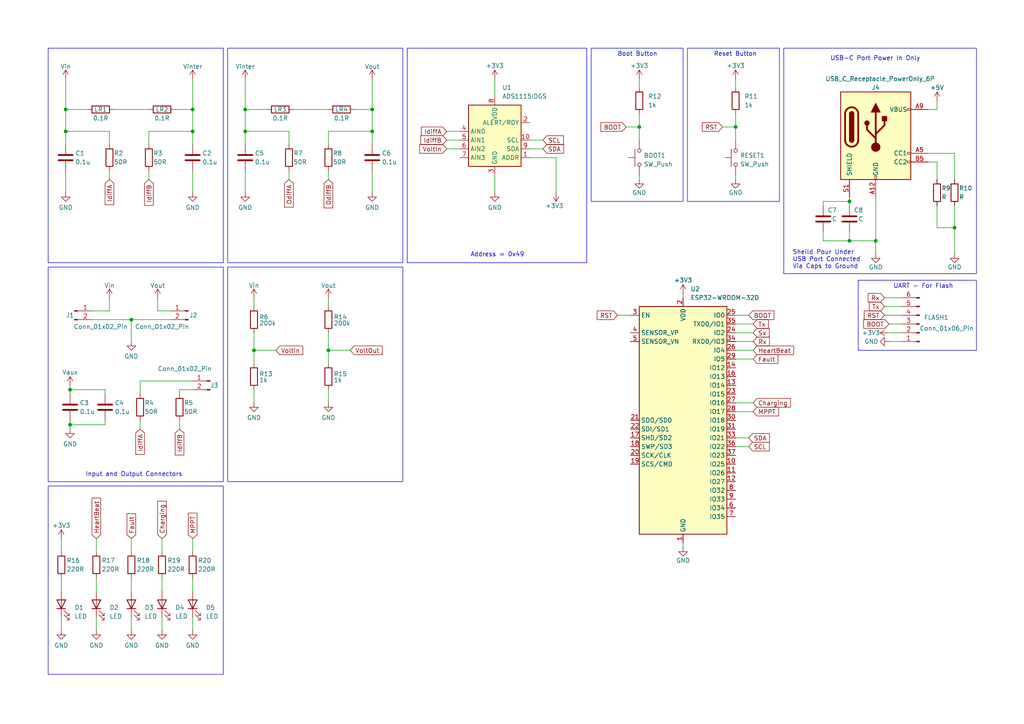
<source format=kicad_sch>
(kicad_sch (version 20250114) (generator "eeschema") (generator_version "9.0")
  (paper "A4")
  (lib_symbols
    (symbol "Analog_ADC:ADS1115IDGS"
      (property "Reference" "U" (at 2.54 13.97 0))
      (property "Value" "ADS1115IDGS" (at 7.62 11.43 0))
      (symbol "ADS1115IDGS_0_1"
        (rectangle (start -7.62 10.16) (end 7.62 -7.62) (stroke (width 0.254)) (fill (type background)))
      )
      (symbol "ADS1115IDGS_1_1"
        (pin input line (at -10.16 2.54 0) (length 2.54) (name "AIN0") (number "4"))
        (pin input line (at -10.16 0 0) (length 2.54) (name "AIN1") (number "5"))
        (pin input line (at -10.16 -2.54 0) (length 2.54) (name "AIN2") (number "6"))
        (pin input line (at -10.16 -5.08 0) (length 2.54) (name "AIN3") (number "7"))
        (pin power_in line (at 0 12.7 270) (length 2.54) (name "VDD") (number "8"))
        (pin power_in line (at 0 -10.16 90) (length 2.54) (name "GND") (number "3"))
        (pin output line (at 10.16 5.08 180) (length 2.54) (name "ALERT/RDY") (number "2"))
        (pin input line (at 10.16 0 180) (length 2.54) (name "SCL") (number "10"))
        (pin bidirectional line (at 10.16 -2.54 180) (length 2.54) (name "SDA") (number "9"))
        (pin input line (at 10.16 -5.08 180) (length 2.54) (name "ADDR") (number "1"))
      )
    )
    (symbol "Connector:Conn_01x02_Pin" (pin_names (offset 1.016) (hide yes))
      (property "Reference" "J" (at 0 2.54 0))
      (property "Value" "Conn_01x02_Pin" (at 0 -5.08 0))
      (symbol "Conn_01x02_Pin_1_1"
        (rectangle (start 0.8636 0.127) (end 0 -0.127) (stroke (width 0.1524)) (fill (type outline)))
        (rectangle (start 0.8636 -2.413) (end 0 -2.667) (stroke (width 0.1524)) (fill (type outline)))
        (polyline (pts (xy 1.27 0) (xy 0.8636 0)) (stroke (width 0.1524)))
        (polyline (pts (xy 1.27 -2.54) (xy 0.8636 -2.54)) (stroke (width 0.1524)))
        (pin passive line (at 5.08 0 180) (length 3.81) (name "Pin_1") (number "1"))
        (pin passive line (at 5.08 -2.54 180) (length 3.81) (name "Pin_2") (number "2"))
      )
    )
    (symbol "Connector:Conn_01x06_Pin" (pin_names (offset 1.016) (hide yes))
      (property "Reference" "J" (at 0 7.62 0))
      (property "Value" "Conn_01x06_Pin" (at 0 -10.16 0))
      (symbol "Conn_01x06_Pin_1_1"
        (rectangle (start 0.8636 5.207) (end 0 4.953) (stroke (width 0.1524)) (fill (type outline)))
        (rectangle (start 0.8636 2.667) (end 0 2.413) (stroke (width 0.1524)) (fill (type outline)))
        (rectangle (start 0.8636 0.127) (end 0 -0.127) (stroke (width 0.1524)) (fill (type outline)))
        (rectangle (start 0.8636 -2.413) (end 0 -2.667) (stroke (width 0.1524)) (fill (type outline)))
        (rectangle (start 0.8636 -4.953) (end 0 -5.207) (stroke (width 0.1524)) (fill (type outline)))
        (rectangle (start 0.8636 -7.493) (end 0 -7.747) (stroke (width 0.1524)) (fill (type outline)))
        (polyline (pts (xy 1.27 5.08) (xy 0.8636 5.08)) (stroke (width 0.1524)))
        (polyline (pts (xy 1.27 2.54) (xy 0.8636 2.54)) (stroke (width 0.1524)))
        (polyline (pts (xy 1.27 0) (xy 0.8636 0)) (stroke (width 0.1524)))
        (polyline (pts (xy 1.27 -2.54) (xy 0.8636 -2.54)) (stroke (width 0.1524)))
        (polyline (pts (xy 1.27 -5.08) (xy 0.8636 -5.08)) (stroke (width 0.1524)))
        (polyline (pts (xy 1.27 -7.62) (xy 0.8636 -7.62)) (stroke (width 0.1524)))
        (pin passive line (at 5.08 5.08 180) (length 3.81) (name "Pin_1") (number "1"))
        (pin passive line (at 5.08 2.54 180) (length 3.81) (name "Pin_2") (number "2"))
        (pin passive line (at 5.08 0 180) (length 3.81) (name "Pin_3") (number "3"))
        (pin passive line (at 5.08 -2.54 180) (length 3.81) (name "Pin_4") (number "4"))
        (pin passive line (at 5.08 -5.08 180) (length 3.81) (name "Pin_5") (number "5"))
        (pin passive line (at 5.08 -7.62 180) (length 3.81) (name "Pin_6") (number "6"))
      )
    )
    (symbol "Connector:USB_C_Receptacle_PowerOnly_6P" (pin_names (offset 1.016))
      (property "Reference" "J" (at 0 16.51 0))
      (property "Value" "USB_C_Receptacle_PowerOnly_6P" (at 0 13.97 0))
      (symbol "USB_C_Receptacle_PowerOnly_6P_0_0"
        (rectangle (start -0.254 -12.7) (end 0.254 -11.684))
        (rectangle (start 10.16 7.874) (end 9.144 7.366))
        (rectangle (start 10.16 -4.826) (end 9.144 -5.334))
        (rectangle (start 10.16 -7.366) (end 9.144 -7.874))
      )
      (symbol "USB_C_Receptacle_PowerOnly_6P_0_1"
        (rectangle (start -10.16 12.7) (end 10.16 -12.7) (stroke (width 0.254)) (fill (type background)))
        (polyline (pts (xy -8.89 -1.27) (xy -8.89 6.35)) (stroke (width 0.508)))
        (rectangle (start -7.62 -1.27) (end -6.35 6.35) (stroke (width 0.254)) (fill (type outline)))
        (arc (start -7.62 6.35) (mid -6.985 6.9823) (end -6.35 6.35) (stroke (width 0.254)))
        (arc (start -7.62 6.35) (mid -6.985 6.9823) (end -6.35 6.35) (stroke (width 0.254)) (fill (type outline)))
        (arc (start -8.89 6.35) (mid -6.985 8.2467) (end -5.08 6.35) (stroke (width 0.508)))
        (arc (start -5.08 -1.27) (mid -6.985 -3.1667) (end -8.89 -1.27) (stroke (width 0.508)))
        (arc (start -6.35 -1.27) (mid -6.985 -1.9023) (end -7.62 -1.27) (stroke (width 0.254)))
        (arc (start -6.35 -1.27) (mid -6.985 -1.9023) (end -7.62 -1.27) (stroke (width 0.254)) (fill (type outline)))
        (polyline (pts (xy -5.08 6.35) (xy -5.08 -1.27)) (stroke (width 0.508)))
        (circle (center -2.54 3.683) (radius 0.635) (stroke (width 0.254)) (fill (type outline)))
        (polyline (pts (xy -1.27 6.858) (xy 0 9.398) (xy 1.27 6.858) (xy -1.27 6.858)) (stroke (width 0.254)) (fill (type outline)))
        (polyline (pts (xy 0 0.508) (xy 2.54 3.048) (xy 2.54 4.318)) (stroke (width 0.508)))
        (polyline (pts (xy 0 -0.762) (xy -2.54 1.778) (xy -2.54 3.048)) (stroke (width 0.508)))
        (polyline (pts (xy 0 -3.302) (xy 0 6.858)) (stroke (width 0.508)))
        (circle (center 0 -3.302) (radius 1.27) (fill (type outline)))
        (rectangle (start 1.905 4.318) (end 3.175 5.588) (stroke (width 0.254)) (fill (type outline)))
      )
      (symbol "USB_C_Receptacle_PowerOnly_6P_1_1"
        (pin passive line (at -7.62 -17.78 90) (length 5.08) (name "SHIELD") (number "S1"))
        (pin passive line (at 0 -17.78 90) (length 5.08) (name "GND") (number "A12"))
        (pin passive line (at 0 -17.78 90) (length 5.08) (hide yes) (name "GND") (number "B12"))
        (pin passive line (at 15.24 7.62 180) (length 5.08) (name "VBUS") (number "A9"))
        (pin passive line (at 15.24 7.62 180) (length 5.08) (hide yes) (name "VBUS") (number "B9"))
        (pin bidirectional line (at 15.24 -5.08 180) (length 5.08) (name "CC1") (number "A5"))
        (pin bidirectional line (at 15.24 -7.62 180) (length 5.08) (name "CC2") (number "B5"))
      )
    )
    (symbol "Device:C" (pin_numbers (hide yes)) (pin_names (offset 0.254))
      (property "Reference" "C" (at 0.635 2.54 0))
      (property "Value" "C" (at 0.635 -2.54 0))
      (symbol "C_0_1"
        (polyline (pts (xy -2.032 0.762) (xy 2.032 0.762)) (stroke (width 0.508)))
        (polyline (pts (xy -2.032 -0.762) (xy 2.032 -0.762)) (stroke (width 0.508)))
      )
      (symbol "C_1_1"
        (pin passive line (at 0 3.81 270) (length 2.794) (name "~") (number "1"))
        (pin passive line (at 0 -3.81 90) (length 2.794) (name "~") (number "2"))
      )
    )
    (symbol "Device:LED" (pin_numbers (hide yes)) (pin_names (offset 1.016) (hide yes))
      (property "Reference" "D" (at 0 2.54 0))
      (property "Value" "LED" (at 0 -2.54 0))
      (symbol "LED_0_1"
        (polyline (pts (xy -3.048 -0.762) (xy -4.572 -2.286) (xy -3.81 -2.286) (xy -4.572 -2.286) (xy -4.572 -1.524)))
        (polyline (pts (xy -1.778 -0.762) (xy -3.302 -2.286) (xy -2.54 -2.286) (xy -3.302 -2.286) (xy -3.302 -1.524)))
        (polyline (pts (xy -1.27 0) (xy 1.27 0)))
        (polyline (pts (xy -1.27 -1.27) (xy -1.27 1.27)) (stroke (width 0.254)))
        (polyline (pts (xy 1.27 -1.27) (xy 1.27 1.27) (xy -1.27 0) (xy 1.27 -1.27)) (stroke (width 0.254)))
      )
      (symbol "LED_1_1"
        (pin passive line (at -3.81 0 0) (length 2.54) (name "K") (number "1"))
        (pin passive line (at 3.81 0 180) (length 2.54) (name "A") (number "2"))
      )
    )
    (symbol "Device:R" (pin_numbers (hide yes)) (pin_names (offset 0))
      (property "Reference" "R" (at 2.032 0 90))
      (property "Value" "R" (at 0 0 90))
      (symbol "R_0_1"
        (rectangle (start -1.016 -2.54) (end 1.016 2.54) (stroke (width 0.254)))
      )
      (symbol "R_1_1"
        (pin passive line (at 0 3.81 270) (length 1.27) (name "~") (number "1"))
        (pin passive line (at 0 -3.81 90) (length 1.27) (name "~") (number "2"))
      )
    )
    (symbol "RF_Module:ESP32-WROOM-32D"
      (property "Reference" "U" (at -12.7 34.29 0))
      (property "Value" "ESP32-WROOM-32D" (at 1.27 34.29 0))
      (symbol "ESP32-WROOM-32D_0_1"
        (rectangle (start -12.7 33.02) (end 12.7 -33.02) (stroke (width 0.254)) (fill (type background)))
      )
      (symbol "ESP32-WROOM-32D_1_1"
        (pin input line (at -15.24 30.48 0) (length 2.54) (name "EN") (number "3"))
        (pin input line (at -15.24 25.4 0) (length 2.54) (name "SENSOR_VP") (number "4"))
        (pin input line (at -15.24 22.86 0) (length 2.54) (name "SENSOR_VN") (number "5"))
        (pin bidirectional line (at -15.24 0 0) (length 2.54) (name "SDO/SD0") (number "21"))
        (pin bidirectional line (at -15.24 -2.54 0) (length 2.54) (name "SDI/SD1") (number "22"))
        (pin bidirectional line (at -15.24 -5.08 0) (length 2.54) (name "SHD/SD2") (number "17"))
        (pin bidirectional line (at -15.24 -7.62 0) (length 2.54) (name "SWP/SD3") (number "18"))
        (pin bidirectional line (at -15.24 -10.16 0) (length 2.54) (name "SCK/CLK") (number "20"))
        (pin bidirectional line (at -15.24 -12.7 0) (length 2.54) (name "SCS/CMD") (number "19"))
        (pin no_connect line (at -12.7 -27.94 0) (length 2.54) (hide yes) (name "NC") (number "32"))
        (pin power_in line (at 0 35.56 270) (length 2.54) (name "VDD") (number "2"))
        (pin power_in line (at 0 -35.56 90) (length 2.54) (name "GND") (number "1"))
        (pin passive line (at 0 -35.56 90) (length 2.54) (hide yes) (name "GND") (number "15"))
        (pin passive line (at 0 -35.56 90) (length 2.54) (hide yes) (name "GND") (number "38"))
        (pin passive line (at 0 -35.56 90) (length 2.54) (hide yes) (name "GND") (number "39"))
        (pin bidirectional line (at 15.24 30.48 180) (length 2.54) (name "IO0") (number "25"))
        (pin bidirectional line (at 15.24 27.94 180) (length 2.54) (name "TXD0/IO1") (number "35"))
        (pin bidirectional line (at 15.24 25.4 180) (length 2.54) (name "IO2") (number "24"))
        (pin bidirectional line (at 15.24 22.86 180) (length 2.54) (name "RXD0/IO3") (number "34"))
        (pin bidirectional line (at 15.24 20.32 180) (length 2.54) (name "IO4") (number "26"))
        (pin bidirectional line (at 15.24 17.78 180) (length 2.54) (name "IO5") (number "29"))
        (pin bidirectional line (at 15.24 15.24 180) (length 2.54) (name "IO12") (number "14"))
        (pin bidirectional line (at 15.24 12.7 180) (length 2.54) (name "IO13") (number "16"))
        (pin bidirectional line (at 15.24 10.16 180) (length 2.54) (name "IO14") (number "13"))
        (pin bidirectional line (at 15.24 7.62 180) (length 2.54) (name "IO15") (number "23"))
        (pin bidirectional line (at 15.24 5.08 180) (length 2.54) (name "IO16") (number "27"))
        (pin bidirectional line (at 15.24 2.54 180) (length 2.54) (name "IO17") (number "28"))
        (pin bidirectional line (at 15.24 0 180) (length 2.54) (name "IO18") (number "30"))
        (pin bidirectional line (at 15.24 -2.54 180) (length 2.54) (name "IO19") (number "31"))
        (pin bidirectional line (at 15.24 -5.08 180) (length 2.54) (name "IO21") (number "33"))
        (pin bidirectional line (at 15.24 -7.62 180) (length 2.54) (name "IO22") (number "36"))
        (pin bidirectional line (at 15.24 -10.16 180) (length 2.54) (name "IO23") (number "37"))
        (pin bidirectional line (at 15.24 -12.7 180) (length 2.54) (name "IO25") (number "10"))
        (pin bidirectional line (at 15.24 -15.24 180) (length 2.54) (name "IO26") (number "11"))
        (pin bidirectional line (at 15.24 -17.78 180) (length 2.54) (name "IO27") (number "12"))
        (pin bidirectional line (at 15.24 -20.32 180) (length 2.54) (name "IO32") (number "8"))
        (pin bidirectional line (at 15.24 -22.86 180) (length 2.54) (name "IO33") (number "9"))
        (pin input line (at 15.24 -25.4 180) (length 2.54) (name "IO34") (number "6"))
        (pin input line (at 15.24 -27.94 180) (length 2.54) (name "IO35") (number "7"))
      )
    )
    (symbol "Relay:JQC-3FF-005-1Z"
      (property "Reference" "K" (at 11.43 3.81 0))
      (property "Value" "JQC-3FF-005-1Z" (at 11.43 1.27 0))
      (symbol "JQC-3FF-005-1Z_0_0"
        (polyline (pts (xy 7.62 5.08) (xy 7.62 2.54) (xy 6.985 3.175) (xy 7.62 3.81)))
      )
      (symbol "JQC-3FF-005-1Z_0_1"
        (rectangle (start -10.16 5.08) (end 10.16 -5.08) (stroke (width 0.254)) (fill (type background)))
        (rectangle (start -8.255 1.905) (end -1.905 -1.905) (stroke (width 0.254)))
        (polyline (pts (xy -7.62 -1.905) (xy -2.54 1.905)) (stroke (width 0.254)))
        (polyline (pts (xy -5.08 5.08) (xy -5.08 1.905)))
        (polyline (pts (xy -5.08 -5.08) (xy -5.08 -1.905)))
        (polyline (pts (xy -1.905 0) (xy -1.27 0)) (stroke (width 0.254)))
        (polyline (pts (xy -0.635 0) (xy 0 0)) (stroke (width 0.254)))
        (polyline (pts (xy 0.635 0) (xy 1.27 0)) (stroke (width 0.254)))
        (polyline (pts (xy 1.905 0) (xy 2.54 0)) (stroke (width 0.254)))
        (polyline (pts (xy 2.54 5.08) (xy 2.54 2.54) (xy 3.175 3.175) (xy 2.54 3.81)) (fill (type outline)))
        (polyline (pts (xy 3.175 0) (xy 3.81 0)) (stroke (width 0.254)))
        (polyline (pts (xy 5.08 -2.54) (xy 3.175 3.81)) (stroke (width 0.508)))
        (polyline (pts (xy 5.08 -2.54) (xy 5.08 -5.08)))
      )
      (symbol "JQC-3FF-005-1Z_1_1"
        (pin passive line (at -5.08 7.62 270) (length 2.54) (name "~") (number "A1"))
        (pin passive line (at -5.08 -7.62 90) (length 2.54) (name "~") (number "A2"))
        (pin passive line (at 2.54 7.62 270) (length 2.54) (name "~") (number "12"))
        (pin passive line (at 5.08 -7.62 90) (length 2.54) (name "~") (number "11"))
        (pin passive line (at 7.62 7.62 270) (length 2.54) (name "~") (number "14"))
      )
    )
    (symbol "Switch:SW_Push" (pin_numbers (hide yes)) (pin_names (offset 1.016) (hide yes))
      (property "Reference" "SW" (at 1.27 2.54 0))
      (property "Value" "SW_Push" (at 0 -1.524 0))
      (symbol "SW_Push_0_1"
        (circle (center -2.032 0) (radius 0.508))
        (polyline (pts (xy 0 1.27) (xy 0 3.048)))
        (circle (center 2.032 0) (radius 0.508))
        (polyline (pts (xy 2.54 1.27) (xy -2.54 1.27)))
        (pin passive line (at -5.08 0 0) (length 2.54) (name "1") (number "1"))
        (pin passive line (at 5.08 0 180) (length 2.54) (name "2") (number "2"))
      )
    )
    (symbol "Transistor_BJT:BC817" (pin_names (offset 0) (hide yes))
      (property "Reference" "Q" (at 5.08 1.905 0))
      (property "Value" "BC817" (at 5.08 0 0))
      (symbol "BC817_0_1"
        (polyline (pts (xy -2.54 0) (xy 0.635 0)))
        (polyline (pts (xy 0.635 1.905) (xy 0.635 -1.905)) (stroke (width 0.508)))
        (circle (center 1.27 0) (radius 2.8194) (stroke (width 0.254)))
      )
      (symbol "BC817_1_1"
        (polyline (pts (xy 0.635 0.635) (xy 2.54 2.54)))
        (polyline (pts (xy 0.635 -0.635) (xy 2.54 -2.54)))
        (polyline (pts (xy 1.27 -1.778) (xy 1.778 -1.27) (xy 2.286 -2.286) (xy 1.27 -1.778)) (fill (type outline)))
        (pin input line (at -5.08 0 0) (length 2.54) (name "B") (number "1"))
        (pin passive line (at 2.54 5.08 270) (length 2.54) (name "C") (number "3"))
        (pin passive line (at 2.54 -5.08 90) (length 2.54) (name "E") (number "2"))
      )
    )
    (symbol "power:+3V3" (power) (pin_numbers (hide yes)) (pin_names (offset 0) (hide yes))
      (property "Value" "+3V3" (at 0 3.556 0))
      (symbol "+3V3_0_1"
        (polyline (pts (xy -0.762 1.27) (xy 0 2.54)))
        (polyline (pts (xy 0 2.54) (xy 0.762 1.27)))
        (polyline (pts (xy 0 0) (xy 0 2.54)))
      )
      (symbol "+3V3_1_1"
        (pin power_in line (at 0 0 90) (length 0) (name "~") (number "1"))
      )
    )
    (symbol "power:+5V" (power) (pin_names (offset 0))
      (property "Value" "+5V" (at 0 3.556 0))
      (symbol "+5V_0_1"
        (polyline (pts (xy -0.762 1.27) (xy 0 2.54)))
        (polyline (pts (xy 0 2.54) (xy 0.762 1.27)))
        (polyline (pts (xy 0 0) (xy 0 2.54)))
      )
      (symbol "+5V_1_1"
        (pin power_in line (at 0 0 90) (length 0) (hide yes) (name "+5V") (number "1"))
      )
    )
    (symbol "power:GND" (power) (pin_numbers (hide yes)) (pin_names (offset 0) (hide yes))
      (property "Value" "GND" (at 0 -3.81 0))
      (symbol "GND_0_1"
        (polyline (pts (xy 0 0) (xy 0 -1.27) (xy 1.27 -1.27) (xy 0 -2.54) (xy -1.27 -1.27) (xy 0 -1.27)))
      )
      (symbol "GND_1_1"
        (pin power_in line (at 0 0 270) (length 0) (name "~") (number "1"))
      )
    )
    (symbol "power:VAA" (power) (pin_numbers (hide yes)) (pin_names (offset 0) (hide yes))
      (property "Value" "VAA" (at 0 3.556 0))
      (symbol "VAA_0_1"
        (polyline (pts (xy -0.762 1.27) (xy 0 2.54)))
        (polyline (pts (xy 0 2.54) (xy 0.762 1.27)))
        (polyline (pts (xy 0 0) (xy 0 2.54)))
      )
      (symbol "VAA_1_1"
        (pin power_in line (at 0 0 90) (length 0) (name "~") (number "1"))
      )
    )
    (symbol "power:VBUS" (power) (pin_numbers (hide yes)) (pin_names (offset 0) (hide yes))
      (property "Value" "VBUS" (at 0 3.556 0))
      (symbol "VBUS_0_1"
        (polyline (pts (xy -0.762 1.27) (xy 0 2.54)))
        (polyline (pts (xy 0 2.54) (xy 0.762 1.27)))
        (polyline (pts (xy 0 0) (xy 0 2.54)))
      )
      (symbol "VBUS_1_1"
        (pin power_in line (at 0 0 90) (length 0) (name "~") (number "1"))
      )
    )
  )
  (rectangle (start 13.97 77.47) (end 64.77 139.7))
  (rectangle (start 13.97 140.97) (end 64.77 195.58))
  (rectangle (start 171.45 13.97) (end 198.12 58.42))
  (rectangle (start 118.11 13.97) (end 170.18 76.2))
  (rectangle (start 66.04 77.47) (end 116.84 139.7))
  (rectangle (start 248.92 81.28) (end 283.21 101.6))
  (rectangle (start 13.97 13.97) (end 64.77 76.2))
  (rectangle (start 199.39 13.97) (end 226.06 58.42))
  (rectangle (start 66.04 13.97) (end 116.84 76.2))
  (rectangle (start 227.33 13.97) (end 283.21 79.375))
  (text "USB-C Port Power In Only" (at 240.792 17.78 0) (effects (font (size 1.27 1.27)) (justify left bottom)))
  (text "Address = 0x49" (at 144.272 73.914 0) (effects (font (size 1.27 1.27))))
  (text "Reset Button" (at 207.01 16.51 0) (effects (font (size 1.27 1.27)) (justify left bottom)))
  (text "UART - For Flash" (at 259.08 83.82 0) (effects (font (size 1.27 1.27)) (justify left bottom)))
  (text "Input and Output Connectors" (at 38.862 137.668 0) (effects (font (size 1.27 1.27))))
  (text "Boot Button" (at 179.07 16.51 0) (effects (font (size 1.27 1.27)) (justify left bottom)))
  (text "Sheild Pour Under\nUSB Port Connected\nVia Caps to Ground" (at 229.87 78.105 0) (effects (font (size 1.27 1.27)) (justify left bottom)))
  (junction (at 246.38 58.42))
  (junction (at 95.25 101.6))
  (junction (at 20.32 113.03))
  (junction (at 38.1 92.71))
  (junction (at 55.88 31.75))
  (junction (at 19.05 38.1))
  (junction (at 20.32 123.19))
  (junction (at 276.86 66.04))
  (junction (at 19.05 31.75))
  (junction (at 71.12 38.1))
  (junction (at 107.95 31.75))
  (junction (at 55.88 38.1))
  (junction (at 73.66 101.6))
  (junction (at 254 69.85))
  (junction (at 185.42 36.83))
  (junction (at 213.36 36.83))
  (junction (at 246.38 69.85))
  (junction (at 71.12 31.75))
  (junction (at 107.95 38.1))
  (wire (pts (xy 276.86 52.07) (xy 276.86 44.45)))
  (wire (pts (xy 107.95 38.1) (xy 107.95 41.91)))
  (wire (pts (xy 20.32 111.76) (xy 20.32 113.03)))
  (wire (pts (xy 238.76 58.42) (xy 238.76 59.69)))
  (wire (pts (xy 238.76 67.31) (xy 238.76 69.85)))
  (wire (pts (xy 257.81 96.52) (xy 261.62 96.52)))
  (wire (pts (xy 38.1 92.71) (xy 26.67 92.71)))
  (wire (pts (xy 153.67 40.64) (xy 157.48 40.64)))
  (wire (pts (xy 19.05 49.53) (xy 19.05 55.88)))
  (wire (pts (xy 40.64 121.92) (xy 40.64 124.46)))
  (wire (pts (xy 198.12 157.48) (xy 198.12 158.75)))
  (wire (pts (xy 27.94 167.64) (xy 27.94 171.45)))
  (wire (pts (xy 129.54 43.18) (xy 133.35 43.18)))
  (wire (pts (xy 185.42 50.8) (xy 185.42 52.07)))
  (wire (pts (xy -19.05 163.83) (xy -19.05 170.18)))
  (wire (pts (xy 73.66 101.6) (xy 80.01 101.6)))
  (wire (pts (xy 30.48 121.92) (xy 30.48 123.19)))
  (wire (pts (xy 95.25 113.03) (xy 95.25 116.84)))
  (wire (pts (xy 256.54 86.36) (xy 261.62 86.36)))
  (wire (pts (xy 271.78 52.07) (xy 271.78 46.99)))
  (wire (pts (xy 43.18 41.91) (xy 43.18 38.1)))
  (wire (pts (xy -30.48 158.75) (xy -26.67 158.75)))
  (wire (pts (xy 31.75 86.36) (xy 31.75 90.17)))
  (wire (pts (xy 73.66 113.03) (xy 73.66 116.84)))
  (wire (pts (xy 40.64 110.49) (xy 40.64 114.3)))
  (wire (pts (xy 52.07 121.92) (xy 52.07 124.46)))
  (wire (pts (xy 71.12 38.1) (xy 71.12 41.91)))
  (wire (pts (xy 55.88 49.53) (xy 55.88 55.88)))
  (wire (pts (xy 55.88 38.1) (xy 55.88 41.91)))
  (wire (pts (xy 71.12 49.53) (xy 71.12 55.88)))
  (wire (pts (xy 198.12 85.09) (xy 198.12 86.36)))
  (wire (pts (xy 27.94 179.07) (xy 27.94 182.88)))
  (wire (pts (xy 209.55 36.83) (xy 213.36 36.83)))
  (wire (pts (xy 20.32 113.03) (xy 30.48 113.03)))
  (wire (pts (xy 256.54 91.44) (xy 261.62 91.44)))
  (wire (pts (xy 38.1 179.07) (xy 38.1 182.88)))
  (wire (pts (xy 38.1 99.06) (xy 38.1 92.71)))
  (wire (pts (xy 271.78 31.75) (xy 271.78 29.21)))
  (wire (pts (xy 95.25 86.36) (xy 95.25 88.9)))
  (wire (pts (xy 161.29 45.72) (xy 153.67 45.72)))
  (wire (pts (xy 55.88 31.75) (xy 55.88 38.1)))
  (wire (pts (xy 257.81 99.06) (xy 261.62 99.06)))
  (wire (pts (xy 46.99 179.07) (xy 46.99 182.88)))
  (wire (pts (xy 213.36 104.14) (xy 218.44 104.14)))
  (wire (pts (xy 27.94 156.21) (xy 27.94 160.02)))
  (wire (pts (xy 276.86 44.45) (xy 269.24 44.45)))
  (wire (pts (xy 95.25 101.6) (xy 101.6 101.6)))
  (wire (pts (xy -41.91 158.75) (xy -38.1 158.75)))
  (wire (pts (xy 254 57.15) (xy 254 69.85)))
  (wire (pts (xy 55.88 167.64) (xy 55.88 171.45)))
  (wire (pts (xy 55.88 156.21) (xy 55.88 160.02)))
  (wire (pts (xy 71.12 31.75) (xy 71.12 38.1)))
  (wire (pts (xy 185.42 33.02) (xy 185.42 36.83)))
  (wire (pts (xy 246.38 69.85) (xy 254 69.85)))
  (wire (pts (xy 55.88 22.86) (xy 55.88 31.75)))
  (wire (pts (xy 19.05 31.75) (xy 19.05 38.1)))
  (wire (pts (xy 95.25 41.91) (xy 95.25 38.1)))
  (wire (pts (xy 73.66 86.36) (xy 73.66 88.9)))
  (wire (pts (xy 50.8 31.75) (xy 55.88 31.75)))
  (wire (pts (xy 19.05 38.1) (xy 31.75 38.1)))
  (wire (pts (xy 213.36 33.02) (xy 213.36 36.83)))
  (wire (pts (xy 95.25 96.52) (xy 95.25 101.6)))
  (wire (pts (xy 271.78 46.99) (xy 269.24 46.99)))
  (wire (pts (xy 17.78 167.64) (xy 17.78 171.45)))
  (wire (pts (xy 213.36 101.6) (xy 218.44 101.6)))
  (wire (pts (xy 46.99 167.64) (xy 46.99 171.45)))
  (wire (pts (xy 102.87 31.75) (xy 107.95 31.75)))
  (wire (pts (xy 85.09 31.75) (xy 95.25 31.75)))
  (wire (pts (xy 95.25 101.6) (xy 95.25 105.41)))
  (wire (pts (xy -46.99 172.72) (xy -46.99 170.18)))
  (wire (pts (xy 17.78 156.21) (xy 17.78 160.02)))
  (wire (pts (xy 246.38 57.15) (xy 246.38 58.42)))
  (wire (pts (xy 181.61 36.83) (xy 185.42 36.83)))
  (wire (pts (xy 77.47 31.75) (xy 71.12 31.75)))
  (wire (pts (xy 38.1 156.21) (xy 38.1 160.02)))
  (wire (pts (xy 33.02 31.75) (xy 43.18 31.75)))
  (wire (pts (xy -19.05 148.59) (xy -19.05 153.67)))
  (wire (pts (xy 52.07 113.03) (xy 52.07 114.3)))
  (wire (pts (xy 161.29 55.88) (xy 161.29 45.72)))
  (wire (pts (xy 71.12 38.1) (xy 83.82 38.1)))
  (wire (pts (xy 153.67 43.18) (xy 157.48 43.18)))
  (wire (pts (xy 213.36 99.06) (xy 218.44 99.06)))
  (wire (pts (xy 45.72 90.17) (xy 49.53 90.17)))
  (wire (pts (xy 218.44 96.52) (xy 213.36 96.52)))
  (wire (pts (xy 43.18 38.1) (xy 55.88 38.1)))
  (wire (pts (xy 31.75 90.17) (xy 26.67 90.17)))
  (wire (pts (xy 238.76 58.42) (xy 246.38 58.42)))
  (wire (pts (xy 73.66 96.52) (xy 73.66 101.6)))
  (wire (pts (xy 246.38 58.42) (xy 246.38 59.69)))
  (wire (pts (xy 83.82 49.53) (xy 83.82 52.07)))
  (wire (pts (xy 30.48 114.3) (xy 30.48 113.03)))
  (wire (pts (xy 31.75 38.1) (xy 31.75 41.91)))
  (wire (pts (xy 213.36 119.38) (xy 218.44 119.38)))
  (wire (pts (xy 20.32 113.03) (xy 20.32 114.3)))
  (wire (pts (xy 20.32 123.19) (xy 20.32 124.46)))
  (wire (pts (xy 213.36 129.54) (xy 217.17 129.54)))
  (wire (pts (xy 83.82 38.1) (xy 83.82 41.91)))
  (wire (pts (xy 45.72 86.36) (xy 45.72 90.17)))
  (wire (pts (xy 43.18 49.53) (xy 43.18 52.07)))
  (wire (pts (xy 143.51 22.86) (xy 143.51 27.94)))
  (wire (pts (xy 17.78 179.07) (xy 17.78 182.88)))
  (wire (pts (xy 107.95 49.53) (xy 107.95 55.88)))
  (wire (pts (xy 185.42 36.83) (xy 185.42 40.64)))
  (wire (pts (xy 254 69.85) (xy 254 73.66)))
  (wire (pts (xy 213.36 36.83) (xy 213.36 40.64)))
  (wire (pts (xy 55.88 179.07) (xy 55.88 182.88)))
  (wire (pts (xy 107.95 31.75) (xy 107.95 38.1)))
  (wire (pts (xy 129.54 38.1) (xy 133.35 38.1)))
  (wire (pts (xy 25.4 31.75) (xy 19.05 31.75)))
  (wire (pts (xy 20.32 121.92) (xy 20.32 123.19)))
  (wire (pts (xy 129.54 40.64) (xy 133.35 40.64)))
  (wire (pts (xy 71.12 22.86) (xy 71.12 31.75)))
  (wire (pts (xy 276.86 66.04) (xy 276.86 73.66)))
  (wire (pts (xy 213.36 91.44) (xy 217.17 91.44)))
  (wire (pts (xy 271.78 66.04) (xy 276.86 66.04)))
  (wire (pts (xy 31.75 49.53) (xy 31.75 52.07)))
  (wire (pts (xy 55.88 113.03) (xy 52.07 113.03)))
  (wire (pts (xy 257.81 93.98) (xy 261.62 93.98)))
  (wire (pts (xy 95.25 49.53) (xy 95.25 52.07)))
  (wire (pts (xy 179.07 91.44) (xy 182.88 91.44)))
  (wire (pts (xy 213.36 50.8) (xy 213.36 52.07)))
  (wire (pts (xy 107.95 22.86) (xy 107.95 31.75)))
  (wire (pts (xy 143.51 50.8) (xy 143.51 55.88)))
  (wire (pts (xy 213.36 127) (xy 217.17 127)))
  (wire (pts (xy 269.24 31.75) (xy 271.78 31.75)))
  (wire (pts (xy 46.99 156.21) (xy 46.99 160.02)))
  (wire (pts (xy 38.1 92.71) (xy 49.53 92.71)))
  (wire (pts (xy 19.05 22.86) (xy 19.05 31.75)))
  (wire (pts (xy 19.05 38.1) (xy 19.05 41.91)))
  (wire (pts (xy 271.78 59.69) (xy 271.78 66.04)))
  (wire (pts (xy 238.76 69.85) (xy 246.38 69.85)))
  (wire (pts (xy 213.36 93.98) (xy 218.44 93.98)))
  (wire (pts (xy 185.42 22.86) (xy 185.42 25.4)))
  (wire (pts (xy 256.54 88.9) (xy 261.62 88.9)))
  (wire (pts (xy 213.36 22.86) (xy 213.36 25.4)))
  (wire (pts (xy 73.66 101.6) (xy 73.66 105.41)))
  (wire (pts (xy 276.86 59.69) (xy 276.86 66.04)))
  (wire (pts (xy 38.1 167.64) (xy 38.1 171.45)))
  (wire (pts (xy 30.48 123.19) (xy 20.32 123.19)))
  (wire (pts (xy 55.88 110.49) (xy 40.64 110.49)))
  (wire (pts (xy 246.38 67.31) (xy 246.38 69.85)))
  (wire (pts (xy 95.25 38.1) (xy 107.95 38.1)))
  (wire (pts (xy 213.36 116.84) (xy 218.44 116.84)))
  (global_label "SCL" (shape input) (at 157.48 40.64 0) (property "Intersheetrefs" "${INTERSHEET_REFS}" (effects (hide yes))))
  (global_label "Charging" (shape input) (at 218.44 116.84 0) (property "Intersheetrefs" "${INTERSHEET_REFS}" (effects (hide yes))))
  (global_label "IdiffB" (shape input) (at 43.18 52.07 270) (property "Intersheetrefs" "${INTERSHEET_REFS}" (effects (hide yes))))
  (global_label "BOOT" (shape input) (at 181.61 36.83 180) (property "Intersheetrefs" "${INTERSHEET_REFS}" (effects (hide yes))))
  (global_label "SCL" (shape input) (at 217.17 129.54 0) (property "Intersheetrefs" "${INTERSHEET_REFS}" (effects (hide yes))))
  (global_label "IdiffB" (shape input) (at 52.07 124.46 270) (property "Intersheetrefs" "${INTERSHEET_REFS}" (effects (hide yes))))
  (global_label "OdiffB" (shape input) (at 95.25 52.07 270) (property "Intersheetrefs" "${INTERSHEET_REFS}" (effects (hide yes))))
  (global_label "MPPT" (shape input) (at 55.88 156.21 90) (property "Intersheetrefs" "${INTERSHEET_REFS}" (effects (hide yes))))
  (global_label "VoltIn" (shape input) (at 80.01 101.6 0) (property "Intersheetrefs" "${INTERSHEET_REFS}" (effects (hide yes))))
  (global_label "Sx" (shape input) (at 218.44 96.52 0) (property "Intersheetrefs" "${INTERSHEET_REFS}" (effects (hide yes))))
  (global_label "HeartBeat" (shape input) (at 27.94 156.21 90) (property "Intersheetrefs" "${INTERSHEET_REFS}" (effects (hide yes))))
  (global_label "VoltOut" (shape input) (at 101.6 101.6 0) (property "Intersheetrefs" "${INTERSHEET_REFS}" (effects (hide yes))))
  (global_label "HeartBeat" (shape input) (at 218.44 101.6 0) (property "Intersheetrefs" "${INTERSHEET_REFS}" (effects (hide yes))))
  (global_label "MPPT" (shape input) (at 218.44 119.38 0) (property "Intersheetrefs" "${INTERSHEET_REFS}" (effects (hide yes))))
  (global_label "VoltIn" (shape input) (at 129.54 43.18 180) (property "Intersheetrefs" "${INTERSHEET_REFS}" (effects (hide yes))))
  (global_label "Rx" (shape input) (at 218.44 99.06 0) (property "Intersheetrefs" "${INTERSHEET_REFS}" (effects (hide yes))))
  (global_label "Range" (shape input) (at -41.91 158.75 180) (property "Intersheetrefs" "${INTERSHEET_REFS}" (effects (hide yes))))
  (global_label "IdiffA" (shape input) (at 129.54 38.1 180) (property "Intersheetrefs" "${INTERSHEET_REFS}" (effects (hide yes))))
  (global_label "RST" (shape input) (at 209.55 36.83 180) (property "Intersheetrefs" "${INTERSHEET_REFS}" (effects (hide yes))))
  (global_label "Tx" (shape input) (at 256.54 88.9 180) (property "Intersheetrefs" "${INTERSHEET_REFS}" (effects (hide yes))))
  (global_label "IdiffA" (shape input) (at 40.64 124.46 270) (property "Intersheetrefs" "${INTERSHEET_REFS}" (effects (hide yes))))
  (global_label "BOOT" (shape input) (at 217.17 91.44 0) (property "Intersheetrefs" "${INTERSHEET_REFS}" (effects (hide yes))))
  (global_label "SDA" (shape input) (at 157.48 43.18 0) (property "Intersheetrefs" "${INTERSHEET_REFS}" (effects (hide yes))))
  (global_label "OdiffA" (shape input) (at 83.82 52.07 270) (property "Intersheetrefs" "${INTERSHEET_REFS}" (effects (hide yes))))
  (global_label "SDA" (shape input) (at 217.17 127 0) (property "Intersheetrefs" "${INTERSHEET_REFS}" (effects (hide yes))))
  (global_label "RST" (shape input) (at 256.54 91.44 180) (property "Intersheetrefs" "${INTERSHEET_REFS}" (effects (hide yes))))
  (global_label "IdiffA" (shape input) (at 31.75 52.07 270) (property "Intersheetrefs" "${INTERSHEET_REFS}" (effects (hide yes))))
  (global_label "BOOT" (shape input) (at 257.81 93.98 180) (property "Intersheetrefs" "${INTERSHEET_REFS}" (effects (hide yes))))
  (global_label "Rx" (shape input) (at 256.54 86.36 180) (property "Intersheetrefs" "${INTERSHEET_REFS}" (effects (hide yes))))
  (global_label "Fault" (shape input) (at 218.44 104.14 0) (property "Intersheetrefs" "${INTERSHEET_REFS}" (effects (hide yes))))
  (global_label "Tx" (shape input) (at 218.44 93.98 0) (property "Intersheetrefs" "${INTERSHEET_REFS}" (effects (hide yes))))
  (global_label "Charging" (shape input) (at 46.99 156.21 90) (property "Intersheetrefs" "${INTERSHEET_REFS}" (effects (hide yes))))
  (global_label "IdiffB" (shape input) (at 129.54 40.64 180) (property "Intersheetrefs" "${INTERSHEET_REFS}" (effects (hide yes))))
  (global_label "RST" (shape input) (at 179.07 91.44 180) (property "Intersheetrefs" "${INTERSHEET_REFS}" (effects (hide yes))))
  (global_label "Fault" (shape input) (at 38.1 156.21 90) (property "Intersheetrefs" "${INTERSHEET_REFS}" (effects (hide yes))))
  (symbol (lib_id "power:GND") (at -46.99 172.72 0) (unit 1)
    (property "Reference" "#PWR03" (effects (hide yes)))
    (property "Value" "GND" (at -46.99 177.8 0))
    (property "Description" "Power symbol creates a global label with name \"GND\" , ground" (effects (hide yes)))
  )
  (symbol (lib_id "Device:R") (at 55.88 163.83 0) (unit 1)
    (property "Reference" "R20" (at 57.404 162.56 0) (effects (justify left)))
    (property "Value" "220R" (at 57.404 165.1 0) (effects (justify left)))
    (property "Footprint" "LED_SMD:LED_0805_2012Metric_Pad1.15x1.40mm_HandSolder" (effects (hide yes)))
    (property "Description" "Resistor" (effects (hide yes)))
  )
  (symbol (lib_id "Transistor_BJT:BC817") (at -21.59 158.75 0) (unit 1)
    (property "Reference" "Q1" (at -16.51 157.4799 0) (effects (justify left)))
    (property "Value" "BC817" (at -16.51 160.0199 0) (effects (justify left)))
    (property "Footprint" "Package_TO_SOT_SMD:SOT-23_Handsoldering" (effects (hide yes)))
    (property "Datasheet" "https://www.onsemi.com/pub/Collateral/BC818-D.pdf" (effects (hide yes)))
    (property "Description" "0.8A Ic, 45V Vce, NPN Transistor, SOT-23" (effects (hide yes)))
  )
  (symbol (lib_id "power:VAA") (at 19.05 22.86 0) (unit 1)
    (property "Reference" "#PWR01" (effects (hide yes)))
    (property "Value" "Vin" (at 19.05 19.304 0))
    (property "Description" "Power symbol creates a global label with name \"VAA\"" (effects (hide yes)))
  )
  (symbol (lib_id "Device:LED") (at 55.88 175.26 90) (unit 1)
    (property "Reference" "D5" (at 59.69 176.2125 90) (effects (justify right)))
    (property "Value" "LED" (at 59.69 178.7525 90) (effects (justify right)))
    (property "Footprint" "LED_SMD:LED_1206_3216Metric_Pad1.42x1.75mm_HandSolder" (effects (hide yes)))
  )
  (symbol (lib_id "Device:LED") (at 17.78 175.26 90) (unit 1)
    (property "Reference" "D1" (at 21.59 176.2125 90) (effects (justify right)))
    (property "Value" "LED" (at 21.59 178.7525 90) (effects (justify right)))
    (property "Footprint" "LED_SMD:LED_1206_3216Metric_Pad1.42x1.75mm_HandSolder" (effects (hide yes)))
  )
  (symbol (lib_id "power:GND") (at 71.12 55.88 0) (unit 1)
    (property "Reference" "#PWR013" (effects (hide yes)))
    (property "Value" "GND" (at 71.12 60.198 0))
    (property "Description" "Power symbol creates a global label with name \"GND\" , ground" (effects (hide yes)))
  )
  (symbol (lib_id "Device:R") (at 31.75 45.72 0) (unit 1)
    (property "Reference" "R2" (at 33.02 44.45 0) (effects (justify left)))
    (property "Value" "50R" (at 33.02 46.99 0) (effects (justify left)))
    (property "Description" "Resistor" (effects (hide yes)))
  )
  (symbol (lib_id "Device:LED") (at 46.99 175.26 90) (unit 1)
    (property "Reference" "D4" (at 50.8 176.2125 90) (effects (justify right)))
    (property "Value" "LED" (at 50.8 178.7525 90) (effects (justify right)))
    (property "Footprint" "LED_SMD:LED_1206_3216Metric_Pad1.42x1.75mm_HandSolder" (effects (hide yes)))
  )
  (symbol (lib_id "power:GND") (at 19.05 55.88 0) (unit 1)
    (property "Reference" "#PWR05" (effects (hide yes)))
    (property "Value" "GND" (at 19.05 60.198 0))
    (property "Description" "Power symbol creates a global label with name \"GND\" , ground" (effects (hide yes)))
  )
  (symbol (lib_id "Device:R") (at 81.28 31.75 90) (unit 1)
    (property "Reference" "LR3" (at 81.28 31.75 90))
    (property "Value" "0.1R" (at 81.28 34.29 90))
    (property "Description" "Resistor" (effects (hide yes)))
  )
  (symbol (lib_id "Switch:SW_Push") (at 213.36 45.72 90) (unit 1)
    (property "Reference" "RESET1" (at 214.63 45.085 90) (effects (justify right)))
    (property "Value" "SW_Push" (at 214.63 47.625 90) (effects (justify right)))
    (property "Footprint" "CustomLibrary:SwitchCustom" (effects (hide yes)))
  )
  (symbol (lib_id "power:GND") (at 198.12 158.75 0) (unit 1)
    (property "Reference" "#PWR031" (effects (hide yes)))
    (property "Value" "GND" (at 198.12 162.56 0))
  )
  (symbol (lib_id "Relay:JQC-3FF-005-1Z") (at -34.29 175.26 270) (unit 1)
    (property "Reference" "K1" (at -32.766 163.576 90) (effects (justify right)))
    (property "Value" "JQC-3FF-005-1Z" (at -25.654 187.198 90) (effects (justify right)))
    (property "Footprint" "Relay_THT:Relay_SPDT_Hongfa_JQC-3FF_0XX-1Z" (effects (hide yes)))
    (property "Datasheet" "https://www.digikey.com/htmldatasheets/production/2071105/0/0/1/JQC-3FF.pdf" (effects (hide yes)))
    (property "Description" "Subminiature High Power SPDT Relay, 5V Coil nom. 0.36W, 10A switching current, max 10A@277VAC/28VDC" (effects (hide yes)))
  )
  (symbol (lib_id "Device:R") (at 276.86 55.88 0) (unit 1)
    (property "Reference" "R10" (at 278.13 54.61 0) (effects (justify left)))
    (property "Value" "R" (at 278.13 57.15 0) (effects (justify left)))
    (property "Footprint" "Capacitor_SMD:C_0603_1608Metric_Pad1.08x0.95mm_HandSolder" (effects (hide yes)))
  )
  (symbol (lib_id "Device:C") (at 19.05 45.72 0) (unit 1)
    (property "Reference" "C1" (at 21.844 44.45 0) (effects (justify left)))
    (property "Value" "0.1u" (at 21.844 46.99 0) (effects (justify left)))
    (property "Footprint" "Capacitor_SMD:C_0603_1608Metric_Pad1.08x0.95mm_HandSolder" (effects (hide yes)))
    (property "Description" "Unpolarized capacitor" (effects (hide yes)))
  )
  (symbol (lib_id "power:VAA") (at 73.66 86.36 0) (unit 1)
    (property "Reference" "#PWR027" (effects (hide yes)))
    (property "Value" "Vin" (at 73.66 82.804 0))
    (property "Description" "Power symbol creates a global label with name \"VAA\"" (effects (hide yes)))
  )
  (symbol (lib_id "power:GND") (at 46.99 182.88 0) (unit 1)
    (property "Reference" "#PWR039" (effects (hide yes)))
    (property "Value" "GND" (at 46.99 187.198 0))
    (property "Description" "Power symbol creates a global label with name \"GND\" , ground" (effects (hide yes)))
  )
  (symbol (lib_id "power:VAA") (at 71.12 22.86 0) (unit 1)
    (property "Reference" "#PWR012" (effects (hide yes)))
    (property "Value" "Vinter" (at 71.12 19.304 0))
    (property "Description" "Power symbol creates a global label with name \"VAA\"" (effects (hide yes)))
  )
  (symbol (lib_id "Connector:USB_C_Receptacle_PowerOnly_6P") (at 254 39.37 0) (unit 1)
    (property "Reference" "J4" (at 254 25.4 0))
    (property "Value" "USB_C_Receptacle_PowerOnly_6P" (at 255.27 22.86 0))
    (property "Footprint" "CustomLibrary:USB-C Receptacle Power Only THT" (effects (hide yes)))
    (property "Datasheet" "https://www.usb.org/sites/default/files/documents/usb_type-c.zip" (effects (hide yes)))
  )
  (symbol (lib_id "power:GND") (at 17.78 182.88 0) (unit 1)
    (property "Reference" "#PWR034" (effects (hide yes)))
    (property "Value" "GND" (at 17.78 187.198 0))
    (property "Description" "Power symbol creates a global label with name \"GND\" , ground" (effects (hide yes)))
  )
  (symbol (lib_id "power:+3V3") (at -19.05 148.59 0) (unit 1)
    (property "Reference" "#PWR04" (effects (hide yes)))
    (property "Value" "+3V3" (at -19.05 144.78 0))
    (property "Description" "Power symbol creates a global label with name \"+3V3\"" (effects (hide yes)))
  )
  (symbol (lib_id "power:+3V3") (at 185.42 22.86 0) (unit 1)
    (property "Reference" "#PWR021" (effects (hide yes)))
    (property "Value" "+3V3" (at 185.42 19.05 0))
  )
  (symbol (lib_id "Device:R") (at 17.78 163.83 0) (unit 1)
    (property "Reference" "R16" (at 19.304 162.56 0) (effects (justify left)))
    (property "Value" "220R" (at 19.304 165.1 0) (effects (justify left)))
    (property "Footprint" "LED_SMD:LED_0805_2012Metric_Pad1.15x1.40mm_HandSolder" (effects (hide yes)))
    (property "Description" "Resistor" (effects (hide yes)))
  )
  (symbol (lib_id "Device:R") (at 46.99 31.75 90) (unit 1)
    (property "Reference" "LR2" (at 46.99 31.75 90))
    (property "Value" "0.1R" (at 46.99 34.29 90))
    (property "Description" "Resistor" (effects (hide yes)))
  )
  (symbol (lib_id "Device:R") (at 213.36 29.21 180) (unit 1)
    (property "Reference" "R11" (at 215.9 27.9399 0) (effects (justify right)))
    (property "Value" "1k" (at 215.9 30.4799 0) (effects (justify right)))
    (property "Footprint" "Resistor_SMD:R_0805_2012Metric_Pad1.20x1.40mm_HandSolder" (effects (hide yes)))
  )
  (symbol (lib_id "Device:C") (at 107.95 45.72 0) (unit 1)
    (property "Reference" "C6" (at 110.744 44.45 0) (effects (justify left)))
    (property "Value" "0.1u" (at 110.744 46.99 0) (effects (justify left)))
    (property "Footprint" "Capacitor_SMD:C_0603_1608Metric_Pad1.08x0.95mm_HandSolder" (effects (hide yes)))
    (property "Description" "Unpolarized capacitor" (effects (hide yes)))
  )
  (symbol (lib_id "power:+3V3") (at 17.78 156.21 0) (unit 1)
    (property "Reference" "#PWR033" (effects (hide yes)))
    (property "Value" "+3V3" (at 17.78 152.4 0))
    (property "Description" "Power symbol creates a global label with name \"+3V3\"" (effects (hide yes)))
  )
  (symbol (lib_id "power:+3V3") (at 161.29 55.88 180) (unit 1)
    (property "Reference" "#PWR018" (effects (hide yes)))
    (property "Value" "+3V3" (at 160.782 59.69 0))
    (property "Description" "Power symbol creates a global label with name \"+3V3\"" (effects (hide yes)))
  )
  (symbol (lib_id "power:GND") (at 276.86 73.66 0) (unit 1)
    (property "Reference" "#PWR035" (effects (hide yes)))
    (property "Value" "GND" (at 276.86 77.47 0))
  )
  (symbol (lib_id "power:GND") (at 38.1 99.06 0) (unit 1)
    (property "Reference" "#PWR07" (effects (hide yes)))
    (property "Value" "GND" (at 38.1 103.378 0))
    (property "Description" "Power symbol creates a global label with name \"GND\" , ground" (effects (hide yes)))
  )
  (symbol (lib_id "RF_Module:ESP32-WROOM-32D") (at 198.12 121.92 0) (unit 1)
    (property "Reference" "U2" (at 200.2633 83.82 0) (effects (justify left)))
    (property "Value" "ESP32-WROOM-32D" (at 200.2633 86.36 0) (effects (justify left)))
    (property "Footprint" "RF_Module:ESP32-WROOM-32D" (effects (hide yes)))
    (property "Datasheet" "https://www.espressif.com/sites/default/files/documentation/esp32-wroom-32d_esp32-wroom-32u_datasheet_en.pdf" (effects (hide yes)))
    (property "Description" "RF Module, ESP32-D0WD SoC, Wi-Fi 802.11b/g/n, Bluetooth, BLE, 32-bit, 2.7-3.6V, onboard antenna, SMD" (effects (hide yes)))
  )
  (symbol (lib_id "power:VAA") (at 107.95 22.86 0) (unit 1)
    (property "Reference" "#PWR014" (effects (hide yes)))
    (property "Value" "Vout" (at 107.95 19.304 0))
    (property "Description" "Power symbol creates a global label with name \"VAA\"" (effects (hide yes)))
  )
  (symbol (lib_id "Connector:Conn_01x02_Pin") (at 21.59 90.17 0) (unit 1)
    (property "Reference" "J1" (at 20.32 91.44 0))
    (property "Value" "Conn_01x02_Pin" (at 29.21 94.742 0))
    (property "Description" "Generic connector, single row, 01x02, script generated" (effects (hide yes)))
  )
  (symbol (lib_id "Device:R") (at 73.66 92.71 0) (unit 1)
    (property "Reference" "R6" (at 75.184 91.948 0) (effects (justify left)))
    (property "Value" "200k" (at 75.184 93.726 0) (effects (justify left)))
    (property "Description" "Resistor" (effects (hide yes)))
  )
  (symbol (lib_id "power:GND") (at 38.1 182.88 0) (unit 1)
    (property "Reference" "#PWR038" (effects (hide yes)))
    (property "Value" "GND" (at 38.1 187.198 0))
    (property "Description" "Power symbol creates a global label with name \"GND\" , ground" (effects (hide yes)))
  )
  (symbol (lib_id "power:GND") (at 20.32 124.46 0) (unit 1)
    (property "Reference" "#PWR011" (effects (hide yes)))
    (property "Value" "GND" (at 20.32 128.778 0))
    (property "Description" "Power symbol creates a global label with name \"GND\" , ground" (effects (hide yes)))
  )
  (symbol (lib_id "Device:C") (at 55.88 45.72 0) (unit 1)
    (property "Reference" "C2" (at 58.674 44.45 0) (effects (justify left)))
    (property "Value" "0.1u" (at 58.674 46.99 0) (effects (justify left)))
    (property "Footprint" "Capacitor_SMD:C_0603_1608Metric_Pad1.08x0.95mm_HandSolder" (effects (hide yes)))
    (property "Description" "Unpolarized capacitor" (effects (hide yes)))
  )
  (symbol (lib_id "Device:R") (at -34.29 158.75 90) (unit 1)
    (property "Reference" "R1" (at -34.29 156.718 90))
    (property "Value" "330R" (at -34.29 158.75 90))
    (property "Footprint" "Resistor_SMD:R_0603_1608Metric_Pad0.98x0.95mm_HandSolder" (effects (hide yes)))
    (property "Description" "Resistor" (effects (hide yes)))
  )
  (symbol (lib_id "Device:C") (at 30.48 118.11 0) (unit 1)
    (property "Reference" "C4" (at 33.274 116.84 0) (effects (justify left)))
    (property "Value" "0.1u" (at 33.274 119.38 0) (effects (justify left)))
    (property "Footprint" "Capacitor_SMD:C_0603_1608Metric_Pad1.08x0.95mm_HandSolder" (effects (hide yes)))
    (property "Description" "Unpolarized capacitor" (effects (hide yes)))
  )
  (symbol (lib_id "power:+3V3") (at 198.12 85.09 0) (unit 1)
    (property "Reference" "#PWR032" (effects (hide yes)))
    (property "Value" "+3V3" (at 198.12 81.28 0))
  )
  (symbol (lib_id "Device:C") (at 238.76 63.5 0) (unit 1)
    (property "Reference" "C7" (at 240.03 60.96 0) (effects (justify left)))
    (property "Value" "C" (at 241.3 63.5 0) (effects (justify left)))
    (property "Footprint" "Capacitor_SMD:C_0603_1608Metric_Pad1.08x0.95mm_HandSolder" (effects (hide yes)))
  )
  (symbol (lib_id "power:+3V3") (at 257.81 96.52 90) (unit 1)
    (property "Reference" "#PWR025" (effects (hide yes)))
    (property "Value" "+3V3" (at 255.27 96.52 90) (effects (justify left)))
  )
  (symbol (lib_id "power:GND") (at 107.95 55.88 0) (unit 1)
    (property "Reference" "#PWR015" (effects (hide yes)))
    (property "Value" "GND" (at 107.95 60.198 0))
    (property "Description" "Power symbol creates a global label with name \"GND\" , ground" (effects (hide yes)))
  )
  (symbol (lib_id "Device:LED") (at 38.1 175.26 90) (unit 1)
    (property "Reference" "D3" (at 41.91 176.2125 90) (effects (justify right)))
    (property "Value" "LED" (at 41.91 178.7525 90) (effects (justify right)))
    (property "Footprint" "LED_SMD:LED_1206_3216Metric_Pad1.42x1.75mm_HandSolder" (effects (hide yes)))
  )
  (symbol (lib_id "power:VAA") (at 95.25 86.36 0) (unit 1)
    (property "Reference" "#PWR029" (effects (hide yes)))
    (property "Value" "Vout" (at 95.25 82.804 0))
    (property "Description" "Power symbol creates a global label with name \"VAA\"" (effects (hide yes)))
  )
  (symbol (lib_id "power:+3V3") (at 213.36 22.86 0) (unit 1)
    (property "Reference" "#PWR019" (effects (hide yes)))
    (property "Value" "+3V3" (at 213.36 19.05 0))
  )
  (symbol (lib_id "Device:LED") (at 27.94 175.26 90) (unit 1)
    (property "Reference" "D2" (at 31.75 176.2125 90) (effects (justify right)))
    (property "Value" "LED" (at 31.75 178.7525 90) (effects (justify right)))
    (property "Footprint" "LED_SMD:LED_1206_3216Metric_Pad1.42x1.75mm_HandSolder" (effects (hide yes)))
  )
  (symbol (lib_id "Device:R") (at 271.78 55.88 0) (unit 1)
    (property "Reference" "R9" (at 273.05 54.61 0) (effects (justify left)))
    (property "Value" "R" (at 273.05 57.15 0) (effects (justify left)))
    (property "Footprint" "Capacitor_SMD:C_0603_1608Metric_Pad1.08x0.95mm_HandSolder" (effects (hide yes)))
  )
  (symbol (lib_id "power:GND") (at 143.51 55.88 0) (unit 1)
    (property "Reference" "#PWR017" (effects (hide yes)))
    (property "Value" "GND" (at 143.51 60.198 0))
    (property "Description" "Power symbol creates a global label with name \"GND\" , ground" (effects (hide yes)))
  )
  (symbol (lib_id "Device:R") (at 83.82 45.72 0) (unit 1)
    (property "Reference" "R7" (at 85.09 44.45 0) (effects (justify left)))
    (property "Value" "50R" (at 85.09 46.99 0) (effects (justify left)))
    (property "Description" "Resistor" (effects (hide yes)))
  )
  (symbol (lib_id "power:GND") (at 95.25 116.84 0) (unit 1)
    (property "Reference" "#PWR030" (effects (hide yes)))
    (property "Value" "GND" (at 95.25 121.158 0))
    (property "Description" "Power symbol creates a global label with name \"GND\" , ground" (effects (hide yes)))
  )
  (symbol (lib_id "Device:R") (at 95.25 45.72 0) (unit 1)
    (property "Reference" "R8" (at 96.52 44.45 0) (effects (justify left)))
    (property "Value" "50R" (at 96.52 46.99 0) (effects (justify left)))
    (property "Description" "Resistor" (effects (hide yes)))
  )
  (symbol (lib_id "Device:C") (at 246.38 63.5 0) (unit 1)
    (property "Reference" "C8" (at 247.65 60.96 0) (effects (justify left)))
    (property "Value" "C" (at 248.92 63.5 0) (effects (justify left)))
    (property "Footprint" "Capacitor_SMD:C_0603_1608Metric_Pad1.08x0.95mm_HandSolder" (effects (hide yes)))
  )
  (symbol (lib_id "Device:R") (at 43.18 45.72 0) (unit 1)
    (property "Reference" "R3" (at 44.45 44.45 0) (effects (justify left)))
    (property "Value" "50R" (at 44.45 46.99 0) (effects (justify left)))
    (property "Description" "Resistor" (effects (hide yes)))
  )
  (symbol (lib_id "Analog_ADC:ADS1115IDGS") (at 143.51 40.64 0) (unit 1)
    (property "Reference" "U1" (at 145.6533 25.4 0) (effects (justify left)))
    (property "Value" "ADS1115IDGS" (at 145.6533 27.94 0) (effects (justify left)))
    (property "Footprint" "Package_SO:TSSOP-10_3x3mm_P0.5mm" (effects (hide yes)))
    (property "Datasheet" "http://www.ti.com/lit/ds/symlink/ads1113.pdf" (effects (hide yes)))
    (property "Description" "Ultra-Small, Low-Power, I2C-Compatible, 860-SPS, 16-Bit ADCs With Internal Reference, Oscillator, and Programmable Comparator, VSSOP-10" (effects (hide yes)))
  )
  (symbol (lib_id "Device:R") (at 52.07 118.11 0) (unit 1)
    (property "Reference" "R5" (at 53.34 116.84 0) (effects (justify left)))
    (property "Value" "50R" (at 53.34 119.38 0) (effects (justify left)))
    (property "Description" "Resistor" (effects (hide yes)))
  )
  (symbol (lib_id "power:GND") (at 73.66 116.84 0) (unit 1)
    (property "Reference" "#PWR028" (effects (hide yes)))
    (property "Value" "GND" (at 73.66 121.158 0))
    (property "Description" "Power symbol creates a global label with name \"GND\" , ground" (effects (hide yes)))
  )
  (symbol (lib_id "Device:R") (at 73.66 109.22 0) (unit 1)
    (property "Reference" "R13" (at 75.184 108.458 0) (effects (justify left)))
    (property "Value" "1k" (at 75.184 110.236 0) (effects (justify left)))
    (property "Description" "Resistor" (effects (hide yes)))
  )
  (symbol (lib_id "power:GND") (at 185.42 52.07 0) (unit 1)
    (property "Reference" "#PWR024" (effects (hide yes)))
    (property "Value" "GND" (at 185.42 55.88 0))
  )
  (symbol (lib_id "Switch:SW_Push") (at 185.42 45.72 90) (unit 1)
    (property "Reference" "BOOT1" (at 186.69 45.085 90) (effects (justify right)))
    (property "Value" "SW_Push" (at 186.69 47.625 90) (effects (justify right)))
    (property "Footprint" "CustomLibrary:SwitchCustom" (effects (hide yes)))
  )
  (symbol (lib_id "Device:C") (at 20.32 118.11 0) (unit 1)
    (property "Reference" "C3" (at 23.114 116.84 0) (effects (justify left)))
    (property "Value" "0.1u" (at 23.114 119.38 0) (effects (justify left)))
    (property "Footprint" "Capacitor_SMD:C_0603_1608Metric_Pad1.08x0.95mm_HandSolder" (effects (hide yes)))
    (property "Description" "Unpolarized capacitor" (effects (hide yes)))
  )
  (symbol (lib_id "Connector:Conn_01x02_Pin") (at 60.96 110.49 0) (mirror y) (unit 1)
    (property "Reference" "J3" (at 60.96 111.76 0) (effects (justify right)))
    (property "Value" "Conn_01x02_Pin" (at 45.72 106.934 0) (effects (justify right)))
    (property "Description" "Generic connector, single row, 01x02, script generated" (effects (hide yes)))
  )
  (symbol (lib_id "Connector:Conn_01x06_Pin") (at 266.7 93.98 180) (unit 1)
    (property "Reference" "FLASH1" (at 267.97 92.075 0) (effects (justify right)))
    (property "Value" "Conn_01x06_Pin" (at 266.7 95.25 0) (effects (justify right)))
    (property "Footprint" "Connector_PinHeader_2.54mm:PinHeader_2x03_P2.54mm_Vertical" (effects (hide yes)))
  )
  (symbol (lib_id "power:+3V3") (at 143.51 22.86 0) (unit 1)
    (property "Reference" "#PWR016" (effects (hide yes)))
    (property "Value" "+3V3" (at 143.51 19.05 0))
    (property "Description" "Power symbol creates a global label with name \"+3V3\"" (effects (hide yes)))
  )
  (symbol (lib_id "power:VBUS") (at 20.32 111.76 0) (unit 1)
    (property "Reference" "#PWR010" (effects (hide yes)))
    (property "Value" "Vaux" (at 20.32 107.95 0))
    (property "Description" "Power symbol creates a global label with name \"VBUS\"" (effects (hide yes)))
  )
  (symbol (lib_id "power:VAA") (at 55.88 22.86 0) (unit 1)
    (property "Reference" "#PWR02" (effects (hide yes)))
    (property "Value" "Vinter" (at 55.88 19.304 0))
    (property "Description" "Power symbol creates a global label with name \"VAA\"" (effects (hide yes)))
  )
  (symbol (lib_id "Device:R") (at 46.99 163.83 0) (unit 1)
    (property "Reference" "R19" (at 48.514 162.56 0) (effects (justify left)))
    (property "Value" "220R" (at 48.514 165.1 0) (effects (justify left)))
    (property "Footprint" "LED_SMD:LED_0805_2012Metric_Pad1.15x1.40mm_HandSolder" (effects (hide yes)))
    (property "Description" "Resistor" (effects (hide yes)))
  )
  (symbol (lib_id "power:GND") (at 27.94 182.88 0) (unit 1)
    (property "Reference" "#PWR037" (effects (hide yes)))
    (property "Value" "GND" (at 27.94 187.198 0))
    (property "Description" "Power symbol creates a global label with name \"GND\" , ground" (effects (hide yes)))
  )
  (symbol (lib_id "power:GND") (at 254 73.66 0) (unit 1)
    (property "Reference" "#PWR022" (effects (hide yes)))
    (property "Value" "GND" (at 254 77.47 0))
  )
  (symbol (lib_id "power:GND") (at 213.36 52.07 0) (unit 1)
    (property "Reference" "#PWR020" (effects (hide yes)))
    (property "Value" "GND" (at 213.36 55.88 0))
  )
  (symbol (lib_id "Device:C") (at 71.12 45.72 0) (unit 1)
    (property "Reference" "C5" (at 73.914 44.45 0) (effects (justify left)))
    (property "Value" "0.1u" (at 73.914 46.99 0) (effects (justify left)))
    (property "Footprint" "Capacitor_SMD:C_0603_1608Metric_Pad1.08x0.95mm_HandSolder" (effects (hide yes)))
    (property "Description" "Unpolarized capacitor" (effects (hide yes)))
  )
  (symbol (lib_id "power:VAA") (at 45.72 86.36 0) (unit 1)
    (property "Reference" "#PWR09" (effects (hide yes)))
    (property "Value" "Vout" (at 45.72 82.804 0))
    (property "Description" "Power symbol creates a global label with name \"VAA\"" (effects (hide yes)))
  )
  (symbol (lib_id "power:+5V") (at 271.78 29.21 0) (unit 1)
    (property "Reference" "#PWR023" (effects (hide yes)))
    (property "Value" "+5V" (at 271.78 25.4 0))
  )
  (symbol (lib_id "power:GND") (at 257.81 99.06 270) (unit 1)
    (property "Reference" "#PWR026" (effects (hide yes)))
    (property "Value" "GND" (at 252.73 99.06 90))
  )
  (symbol (lib_id "power:GND") (at 55.88 55.88 0) (unit 1)
    (property "Reference" "#PWR06" (effects (hide yes)))
    (property "Value" "GND" (at 55.88 60.198 0))
    (property "Description" "Power symbol creates a global label with name \"GND\" , ground" (effects (hide yes)))
  )
  (symbol (lib_id "Device:R") (at 38.1 163.83 0) (unit 1)
    (property "Reference" "R18" (at 39.624 162.56 0) (effects (justify left)))
    (property "Value" "220R" (at 39.624 165.1 0) (effects (justify left)))
    (property "Footprint" "LED_SMD:LED_0805_2012Metric_Pad1.15x1.40mm_HandSolder" (effects (hide yes)))
    (property "Description" "Resistor" (effects (hide yes)))
  )
  (symbol (lib_id "Device:R") (at 95.25 92.71 0) (unit 1)
    (property "Reference" "R14" (at 96.774 91.948 0) (effects (justify left)))
    (property "Value" "200k" (at 96.774 93.726 0) (effects (justify left)))
    (property "Description" "Resistor" (effects (hide yes)))
  )
  (symbol (lib_id "Device:R") (at 99.06 31.75 90) (unit 1)
    (property "Reference" "LR4" (at 99.06 31.75 90))
    (property "Value" "0.1R" (at 99.06 34.29 90))
    (property "Description" "Resistor" (effects (hide yes)))
  )
  (symbol (lib_id "Connector:Conn_01x02_Pin") (at 54.61 90.17 0) (mirror y) (unit 1)
    (property "Reference" "J2" (at 54.864 91.44 0) (effects (justify right)))
    (property "Value" "Conn_01x02_Pin" (at 39.116 94.742 0) (effects (justify right)))
    (property "Description" "Generic connector, single row, 01x02, script generated" (effects (hide yes)))
  )
  (symbol (lib_id "Device:R") (at 95.25 109.22 0) (unit 1)
    (property "Reference" "R15" (at 96.774 108.458 0) (effects (justify left)))
    (property "Value" "1k" (at 96.774 110.236 0) (effects (justify left)))
    (property "Description" "Resistor" (effects (hide yes)))
  )
  (symbol (lib_id "Device:R") (at 29.21 31.75 90) (unit 1)
    (property "Reference" "LR1" (at 29.21 31.75 90))
    (property "Value" "0.1R" (at 29.21 34.29 90))
    (property "Description" "Resistor" (effects (hide yes)))
  )
  (symbol (lib_id "power:GND") (at 55.88 182.88 0) (unit 1)
    (property "Reference" "#PWR040" (effects (hide yes)))
    (property "Value" "GND" (at 55.88 187.198 0))
    (property "Description" "Power symbol creates a global label with name \"GND\" , ground" (effects (hide yes)))
  )
  (symbol (lib_id "Device:R") (at 185.42 29.21 180) (unit 1)
    (property "Reference" "R12" (at 187.96 27.9399 0) (effects (justify right)))
    (property "Value" "1k" (at 187.96 30.4799 0) (effects (justify right)))
    (property "Footprint" "Resistor_SMD:R_0805_2012Metric_Pad1.20x1.40mm_HandSolder" (effects (hide yes)))
  )
  (symbol (lib_id "power:VAA") (at 31.75 86.36 0) (unit 1)
    (property "Reference" "#PWR08" (effects (hide yes)))
    (property "Value" "Vin" (at 31.75 82.804 0))
    (property "Description" "Power symbol creates a global label with name \"VAA\"" (effects (hide yes)))
  )
  (symbol (lib_id "Device:R") (at 27.94 163.83 0) (unit 1)
    (property "Reference" "R17" (at 29.464 162.56 0) (effects (justify left)))
    (property "Value" "220R" (at 29.464 165.1 0) (effects (justify left)))
    (property "Footprint" "LED_SMD:LED_0805_2012Metric_Pad1.15x1.40mm_HandSolder" (effects (hide yes)))
    (property "Description" "Resistor" (effects (hide yes)))
  )
  (symbol (lib_id "Device:R") (at 40.64 118.11 0) (unit 1)
    (property "Reference" "R4" (at 41.91 116.84 0) (effects (justify left)))
    (property "Value" "50R" (at 41.91 119.38 0) (effects (justify left)))
    (property "Description" "Resistor" (effects (hide yes)))
  )
)
</source>
